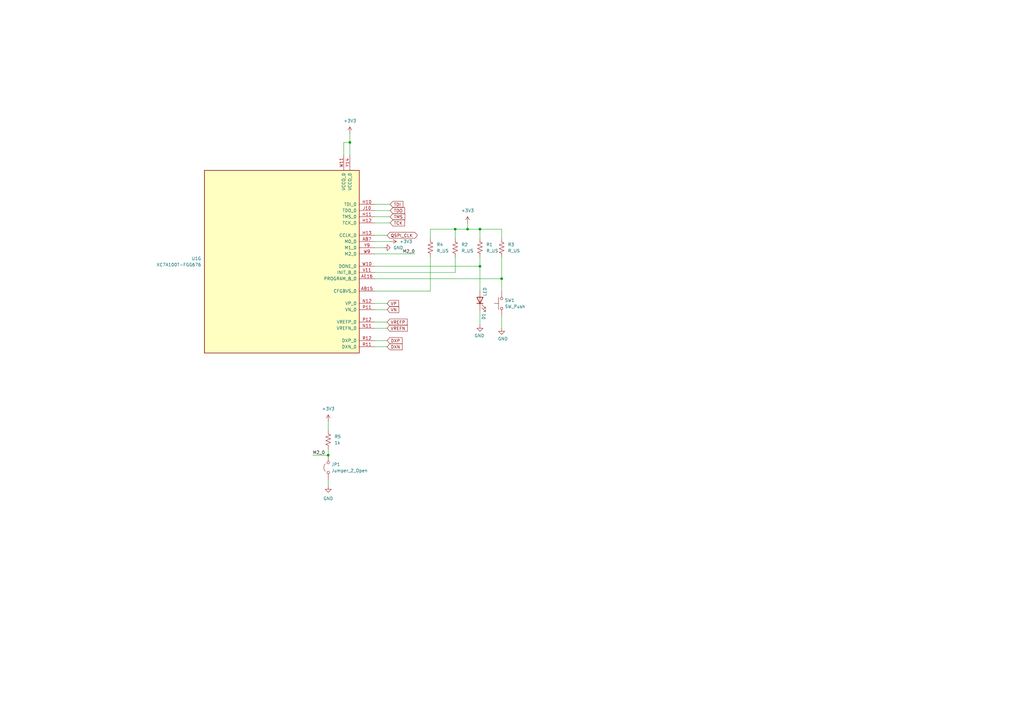
<source format=kicad_sch>
(kicad_sch (version 20231120) (generator "eeschema") (generator_version "8.0")
  (paper "A3")
  (junction (at 186.69 93.98))
  (junction (at 196.85 109.22))
  (junction (at 205.74 114.3))
  (junction (at 196.85 93.98))
  (junction (at 191.77 93.98))
  (junction (at 143.51 58.42))
  (junction (at 134.62 186.69))
  (wire (pts (xy 176.53 93.98) (xy 186.69 93.98)))
  (wire (pts (xy 134.62 184.15) (xy 134.62 186.69)))
  (wire (pts (xy 205.74 129.54) (xy 205.74 134.62)))
  (wire (pts (xy 196.85 127) (xy 196.85 133.35)))
  (wire (pts (xy 196.85 109.22) (xy 196.85 119.38)))
  (wire (pts (xy 153.67 124.46) (xy 158.75 124.46)))
  (wire (pts (xy 153.67 86.36) (xy 160.02 86.36)))
  (wire (pts (xy 153.67 134.62) (xy 158.75 134.62)))
  (wire (pts (xy 153.67 104.14) (xy 170.18 104.14)))
  (wire (pts (xy 158.75 96.52) (xy 153.67 96.52)))
  (wire (pts (xy 176.53 105.41) (xy 176.53 119.38)))
  (wire (pts (xy 153.67 142.24) (xy 158.75 142.24)))
  (wire (pts (xy 153.67 132.08) (xy 158.75 132.08)))
  (wire (pts (xy 140.97 63.5) (xy 140.97 58.42)))
  (wire (pts (xy 134.62 172.72) (xy 134.62 176.53)))
  (wire (pts (xy 186.69 111.76) (xy 186.69 105.41)))
  (wire (pts (xy 191.77 91.44) (xy 191.77 93.98)))
  (wire (pts (xy 153.67 139.7) (xy 158.75 139.7)))
  (wire (pts (xy 153.67 109.22) (xy 196.85 109.22)))
  (wire (pts (xy 143.51 58.42) (xy 143.51 63.5)))
  (wire (pts (xy 153.67 91.44) (xy 160.02 91.44)))
  (wire (pts (xy 153.67 119.38) (xy 176.53 119.38)))
  (wire (pts (xy 196.85 93.98) (xy 196.85 97.79)))
  (wire (pts (xy 153.67 83.82) (xy 160.02 83.82)))
  (wire (pts (xy 140.97 58.42) (xy 143.51 58.42)))
  (wire (pts (xy 134.62 186.69) (xy 128.27 186.69)))
  (wire (pts (xy 205.74 105.41) (xy 205.74 114.3)))
  (wire (pts (xy 153.67 101.6) (xy 157.48 101.6)))
  (wire (pts (xy 205.74 114.3) (xy 205.74 119.38)))
  (wire (pts (xy 153.67 114.3) (xy 205.74 114.3)))
  (wire (pts (xy 191.77 93.98) (xy 196.85 93.98)))
  (wire (pts (xy 143.51 54.61) (xy 143.51 58.42)))
  (wire (pts (xy 153.67 99.06) (xy 160.02 99.06)))
  (wire (pts (xy 205.74 97.79) (xy 205.74 93.98)))
  (wire (pts (xy 153.67 111.76) (xy 186.69 111.76)))
  (wire (pts (xy 196.85 93.98) (xy 205.74 93.98)))
  (wire (pts (xy 186.69 97.79) (xy 186.69 93.98)))
  (wire (pts (xy 186.69 93.98) (xy 191.77 93.98)))
  (wire (pts (xy 196.85 105.41) (xy 196.85 109.22)))
  (wire (pts (xy 134.62 196.85) (xy 134.62 199.39)))
  (wire (pts (xy 153.67 88.9) (xy 160.02 88.9)))
  (wire (pts (xy 176.53 97.79) (xy 176.53 93.98)))
  (wire (pts (xy 153.67 127) (xy 158.75 127)))
  (label "M2_0" (at 128.27 186.69 0))
  (label "M2_0" (at 170.18 104.14 180))
  (global_label "TDO" (shape input) (at 160.02 86.36 0) (property "Intersheetrefs" "${INTERSHEET_REFS}" (effects (hide yes))))
  (global_label "TCK" (shape input) (at 160.02 91.44 0) (property "Intersheetrefs" "${INTERSHEET_REFS}" (effects (hide yes))))
  (global_label "VREFN" (shape input) (at 158.75 134.62 0) (property "Intersheetrefs" "${INTERSHEET_REFS}" (effects (hide yes))))
  (global_label "VP" (shape input) (at 158.75 124.46 0) (property "Intersheetrefs" "${INTERSHEET_REFS}" (effects (hide yes))))
  (global_label "QSPI_CLK" (shape bidirectional) (at 158.75 96.52 0) (property "Intersheetrefs" "${INTERSHEET_REFS}" (effects (hide yes))))
  (global_label "DXN" (shape input) (at 158.75 142.24 0) (property "Intersheetrefs" "${INTERSHEET_REFS}" (effects (hide yes))))
  (global_label "DXP" (shape input) (at 158.75 139.7 0) (property "Intersheetrefs" "${INTERSHEET_REFS}" (effects (hide yes))))
  (global_label "VREFP" (shape input) (at 158.75 132.08 0) (property "Intersheetrefs" "${INTERSHEET_REFS}" (effects (hide yes))))
  (global_label "TMS" (shape input) (at 160.02 88.9 0) (property "Intersheetrefs" "${INTERSHEET_REFS}" (effects (hide yes))))
  (global_label "VN" (shape input) (at 158.75 127 0) (property "Intersheetrefs" "${INTERSHEET_REFS}" (effects (hide yes))))
  (global_label "TDI" (shape input) (at 160.02 83.82 0) (property "Intersheetrefs" "${INTERSHEET_REFS}" (effects (hide yes))))
  (symbol (lib_id "Device:R_US") (at 176.53 101.6 0) (unit 1)
    (property "Reference" "R4" (at 179.07 100.3299 0) (effects (justify left)))
    (property "Value" "R_US" (at 179.07 102.8699 0) (effects (justify left)))
    (property "Description" "Resistor, US symbol" (effects (hide yes)))
  )
  (symbol (lib_id "power:+3V3") (at 143.51 54.61 0) (unit 1)
    (property "Reference" "#PWR011" (effects (hide yes)))
    (property "Value" "+3V3" (at 143.51 49.53 0))
    (property "Description" "Power symbol creates a global label with name \"+3V3\"" (effects (hide yes)))
  )
  (symbol (lib_id "Device:R_US") (at 196.85 101.6 0) (unit 1)
    (property "Reference" "R1" (at 199.39 100.3299 0) (effects (justify left)))
    (property "Value" "R_US" (at 199.39 102.8699 0) (effects (justify left)))
    (property "Description" "Resistor, US symbol" (effects (hide yes)))
  )
  (symbol (lib_id "power:+3V3") (at 160.02 99.06 270) (unit 1)
    (property "Reference" "#PWR027" (effects (hide yes)))
    (property "Value" "+3V3" (at 163.83 99.0599 90) (effects (justify left)))
    (property "Description" "Power symbol creates a global label with name \"+3V3\"" (effects (hide yes)))
  )
  (symbol (lib_id "power:GND") (at 196.85 133.35 0) (unit 1)
    (property "Reference" "#PWR012" (effects (hide yes)))
    (property "Value" "GND" (at 194.564 137.668 0) (effects (justify left)))
    (property "Description" "Power symbol creates a global label with name \"GND\" , ground" (effects (hide yes)))
  )
  (symbol (lib_id "power:+3V3") (at 191.77 91.44 0) (unit 1)
    (property "Reference" "#PWR020" (effects (hide yes)))
    (property "Value" "+3V3" (at 191.77 86.36 0))
    (property "Description" "Power symbol creates a global label with name \"+3V3\"" (effects (hide yes)))
  )
  (symbol (lib_id "Device:R_US") (at 186.69 101.6 0) (unit 1)
    (property "Reference" "R2" (at 189.23 100.3299 0) (effects (justify left)))
    (property "Value" "R_US" (at 189.23 102.8699 0) (effects (justify left)))
    (property "Description" "Resistor, US symbol" (effects (hide yes)))
  )
  (symbol (lib_id "power:+3V3") (at 134.62 172.72 0) (unit 1)
    (property "Reference" "#PWR025" (effects (hide yes)))
    (property "Value" "+3V3" (at 134.62 167.64 0))
    (property "Description" "Power symbol creates a global label with name \"+3V3\"" (effects (hide yes)))
  )
  (symbol (lib_id "power:GND") (at 134.62 199.39 0) (unit 1)
    (property "Reference" "#PWR024" (effects (hide yes)))
    (property "Value" "GND" (at 134.62 204.47 0))
    (property "Description" "Power symbol creates a global label with name \"GND\" , ground" (effects (hide yes)))
  )
  (symbol (lib_id "Jumper:Jumper_2_Open") (at 134.62 191.77 90) (unit 1) (exclude_from_sim yes)
    (property "Reference" "JP1" (at 135.89 190.4999 90) (effects (justify right)))
    (property "Value" "Jumper_2_Open" (at 135.89 193.0399 90) (effects (justify right)))
    (property "Description" "Jumper, 2-pole, open" (effects (hide yes)))
  )
  (symbol (lib_id "power:GND") (at 205.74 134.62 0) (unit 1)
    (property "Reference" "#PWR021" (effects (hide yes)))
    (property "Value" "GND" (at 204.216 138.938 0) (effects (justify left)))
    (property "Description" "Power symbol creates a global label with name \"GND\" , ground" (effects (hide yes)))
  )
  (symbol (lib_id "power:GND") (at 157.48 101.6 90) (unit 1)
    (property "Reference" "#PWR026" (effects (hide yes)))
    (property "Value" "GND" (at 161.29 101.5999 90) (effects (justify right)))
    (property "Description" "Power symbol creates a global label with name \"GND\" , ground" (effects (hide yes)))
  )
  (symbol (lib_id "Switch:SW_Push") (at 205.74 124.46 90) (unit 1)
    (property "Reference" "SW1" (at 207.01 123.1899 90) (effects (justify right)))
    (property "Value" "SW_Push" (at 207.01 125.7299 90) (effects (justify right)))
    (property "Description" "Push button switch, generic, two pins" (effects (hide yes)))
  )
  (symbol (lib_id "FPGA_Xilinx_Artix7:XC7A100T-FGG676") (at 115.57 104.14 0) (unit 7)
    (property "Reference" "U1" (at 82.55 106.0449 0) (effects (justify right)))
    (property "Value" "XC7A100T-FGG676" (at 82.55 108.5849 0) (effects (justify right)))
    (property "Description" "Artix 7 T 100 XC7A100T-FGG676" (effects (hide yes)))
  )
  (symbol (lib_id "Device:R_US") (at 134.62 180.34 0) (unit 1)
    (property "Reference" "R5" (at 137.16 179.0699 0) (effects (justify left)))
    (property "Value" "1k" (at 137.16 181.6099 0) (effects (justify left)))
    (property "Description" "Resistor, US symbol" (effects (hide yes)))
  )
  (symbol (lib_id "Device:R_US") (at 205.74 101.6 0) (unit 1)
    (property "Reference" "R3" (at 208.28 100.3299 0) (effects (justify left)))
    (property "Value" "R_US" (at 208.28 102.8699 0) (effects (justify left)))
    (property "Description" "Resistor, US symbol" (effects (hide yes)))
  )
  (symbol (lib_id "Device:LED") (at 196.85 123.19 90) (unit 1)
    (property "Reference" "D1" (at 198.374 129.794 0))
    (property "Value" "LED" (at 198.882 119.634 0))
    (property "Description" "Light emitting diode" (effects (hide yes)))
  )
)
</source>
